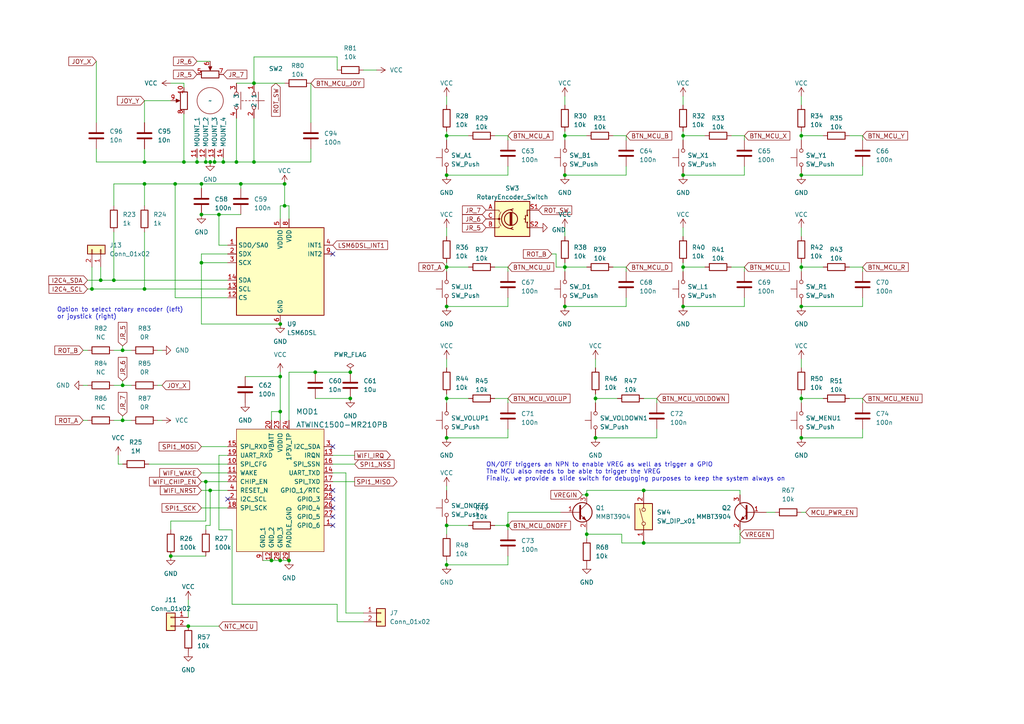
<source format=kicad_sch>
(kicad_sch (version 20231120) (generator "eeschema") (generator_version "8.0")
  (paper "A4")
  (junction (at 82.55 59.69))
  (junction (at 101.6 115.57))
  (junction (at 35.56 101.6))
  (junction (at 81.28 109.22))
  (junction (at 35.56 121.92))
  (junction (at 63.5 62.23))
  (junction (at 29.21 81.28))
  (junction (at 41.91 53.34))
  (junction (at 198.12 77.47))
  (junction (at 91.44 107.95))
  (junction (at 198.12 50.8))
  (junction (at 60.96 46.99))
  (junction (at 41.91 46.99))
  (junction (at 81.28 93.98))
  (junction (at 232.41 39.37))
  (junction (at 54.61 181.61))
  (junction (at 198.12 39.37))
  (junction (at 81.28 119.38))
  (junction (at 78.74 162.56))
  (junction (at 163.83 50.8))
  (junction (at 68.58 46.99))
  (junction (at 73.66 46.99))
  (junction (at 57.15 46.99))
  (junction (at 82.55 53.34))
  (junction (at 170.18 143.51))
  (junction (at 170.18 154.94))
  (junction (at 58.42 76.2))
  (junction (at 129.54 115.57))
  (junction (at 129.54 39.37))
  (junction (at 62.23 46.99))
  (junction (at 129.54 127))
  (junction (at 129.54 88.9))
  (junction (at 186.69 142.24))
  (junction (at 232.41 88.9))
  (junction (at 163.83 88.9))
  (junction (at 147.32 152.4))
  (junction (at 129.54 50.8))
  (junction (at 81.28 162.56))
  (junction (at 101.6 107.95))
  (junction (at 58.42 53.34))
  (junction (at 232.41 115.57))
  (junction (at 232.41 77.47))
  (junction (at 58.42 62.23))
  (junction (at 129.54 163.83))
  (junction (at 83.82 162.56))
  (junction (at 35.56 111.76))
  (junction (at 172.72 127))
  (junction (at 232.41 50.8))
  (junction (at 53.34 46.99))
  (junction (at 69.85 53.34))
  (junction (at 26.67 83.82))
  (junction (at 172.72 115.57))
  (junction (at 129.54 77.47))
  (junction (at 49.53 161.29))
  (junction (at 232.41 127))
  (junction (at 198.12 88.9))
  (junction (at 33.02 81.28))
  (junction (at 163.83 77.47))
  (junction (at 129.54 152.4))
  (junction (at 41.91 83.82))
  (junction (at 186.69 157.48))
  (junction (at 59.69 46.99))
  (junction (at 60.96 142.24))
  (junction (at 73.66 24.13))
  (junction (at 50.8 53.34))
  (junction (at 59.69 139.7))
  (junction (at 64.77 46.99))
  (junction (at 163.83 39.37))
  (no_connect (at 96.52 152.4))
  (no_connect (at 66.04 144.78))
  (no_connect (at 96.52 144.78))
  (no_connect (at 96.52 149.86))
  (no_connect (at 96.52 147.32))
  (no_connect (at 96.52 129.54))
  (no_connect (at 96.52 142.24))
  (no_connect (at 96.52 73.66))
  (wire (pts (xy 41.91 67.31) (xy 41.91 83.82)))
  (wire (pts (xy 35.56 111.76) (xy 38.1 111.76)))
  (wire (pts (xy 54.61 173.99) (xy 54.61 179.07)))
  (wire (pts (xy 163.83 76.2) (xy 163.83 77.47)))
  (wire (pts (xy 35.56 101.6) (xy 38.1 101.6)))
  (wire (pts (xy 64.77 45.72) (xy 64.77 46.99)))
  (wire (pts (xy 129.54 38.1) (xy 129.54 39.37)))
  (wire (pts (xy 172.72 104.14) (xy 172.72 106.68)))
  (wire (pts (xy 214.63 153.67) (xy 214.63 157.48)))
  (wire (pts (xy 180.34 154.94) (xy 180.34 157.48)))
  (wire (pts (xy 49.53 153.67) (xy 49.53 151.13)))
  (wire (pts (xy 172.72 114.3) (xy 172.72 115.57)))
  (wire (pts (xy 68.58 46.99) (xy 64.77 46.99)))
  (wire (pts (xy 129.54 77.47) (xy 135.89 77.47)))
  (wire (pts (xy 78.74 162.56) (xy 81.28 162.56)))
  (wire (pts (xy 129.54 77.47) (xy 129.54 78.74)))
  (wire (pts (xy 198.12 39.37) (xy 204.47 39.37)))
  (wire (pts (xy 35.56 121.92) (xy 33.02 121.92)))
  (wire (pts (xy 129.54 140.97) (xy 129.54 142.24)))
  (wire (pts (xy 143.51 115.57) (xy 147.32 115.57)))
  (wire (pts (xy 198.12 38.1) (xy 198.12 39.37)))
  (wire (pts (xy 81.28 109.22) (xy 81.28 119.38)))
  (wire (pts (xy 53.34 46.99) (xy 57.15 46.99)))
  (wire (pts (xy 68.58 34.29) (xy 68.58 46.99)))
  (wire (pts (xy 59.69 139.7) (xy 66.04 139.7)))
  (wire (pts (xy 129.54 27.94) (xy 129.54 30.48)))
  (wire (pts (xy 186.69 142.24) (xy 214.63 142.24)))
  (wire (pts (xy 41.91 46.99) (xy 53.34 46.99)))
  (wire (pts (xy 68.58 24.13) (xy 73.66 24.13)))
  (wire (pts (xy 25.4 83.82) (xy 26.67 83.82)))
  (wire (pts (xy 181.61 77.47) (xy 181.61 78.74)))
  (wire (pts (xy 43.18 134.62) (xy 66.04 134.62)))
  (wire (pts (xy 181.61 88.9) (xy 181.61 86.36)))
  (wire (pts (xy 71.12 109.22) (xy 81.28 109.22)))
  (wire (pts (xy 58.42 147.32) (xy 66.04 147.32)))
  (wire (pts (xy 81.28 107.95) (xy 81.28 109.22)))
  (wire (pts (xy 172.72 115.57) (xy 172.72 116.84)))
  (wire (pts (xy 97.79 180.34) (xy 105.41 180.34)))
  (wire (pts (xy 198.12 77.47) (xy 198.12 78.74)))
  (wire (pts (xy 170.18 154.94) (xy 170.18 156.21)))
  (wire (pts (xy 215.9 77.47) (xy 215.9 78.74)))
  (wire (pts (xy 212.09 39.37) (xy 215.9 39.37)))
  (wire (pts (xy 33.02 67.31) (xy 33.02 81.28)))
  (wire (pts (xy 163.83 77.47) (xy 163.83 78.74)))
  (wire (pts (xy 143.51 152.4) (xy 147.32 152.4)))
  (wire (pts (xy 160.02 73.66) (xy 161.29 73.66)))
  (wire (pts (xy 58.42 62.23) (xy 63.5 62.23)))
  (wire (pts (xy 69.85 53.34) (xy 69.85 54.61)))
  (wire (pts (xy 177.8 77.47) (xy 181.61 77.47)))
  (wire (pts (xy 45.72 111.76) (xy 46.99 111.76)))
  (wire (pts (xy 105.41 20.32) (xy 109.22 20.32)))
  (wire (pts (xy 181.61 50.8) (xy 181.61 48.26)))
  (wire (pts (xy 250.19 77.47) (xy 250.19 78.74)))
  (wire (pts (xy 63.5 71.12) (xy 63.5 62.23)))
  (wire (pts (xy 129.54 115.57) (xy 129.54 116.84)))
  (wire (pts (xy 82.55 53.34) (xy 82.55 59.69)))
  (wire (pts (xy 143.51 39.37) (xy 147.32 39.37)))
  (wire (pts (xy 232.41 39.37) (xy 238.76 39.37)))
  (wire (pts (xy 41.91 29.21) (xy 41.91 35.56)))
  (wire (pts (xy 161.29 73.66) (xy 161.29 77.47)))
  (wire (pts (xy 222.25 148.59) (xy 224.79 148.59)))
  (wire (pts (xy 27.94 17.78) (xy 27.94 35.56)))
  (wire (pts (xy 35.56 121.92) (xy 38.1 121.92)))
  (wire (pts (xy 170.18 142.24) (xy 186.69 142.24)))
  (wire (pts (xy 58.42 142.24) (xy 60.96 142.24)))
  (wire (pts (xy 57.15 45.72) (xy 57.15 46.99)))
  (wire (pts (xy 24.13 121.92) (xy 25.4 121.92)))
  (wire (pts (xy 163.83 66.04) (xy 163.83 68.58)))
  (wire (pts (xy 147.32 88.9) (xy 147.32 86.36)))
  (wire (pts (xy 129.54 39.37) (xy 129.54 40.64)))
  (wire (pts (xy 163.83 38.1) (xy 163.83 39.37)))
  (wire (pts (xy 246.38 39.37) (xy 250.19 39.37)))
  (wire (pts (xy 198.12 39.37) (xy 198.12 40.64)))
  (wire (pts (xy 34.29 132.08) (xy 34.29 134.62)))
  (wire (pts (xy 59.69 139.7) (xy 59.69 151.13)))
  (wire (pts (xy 129.54 104.14) (xy 129.54 106.68)))
  (wire (pts (xy 49.53 151.13) (xy 59.69 151.13)))
  (wire (pts (xy 129.54 115.57) (xy 135.89 115.57)))
  (wire (pts (xy 190.5 127) (xy 190.5 124.46)))
  (wire (pts (xy 59.69 152.4) (xy 60.96 152.4)))
  (wire (pts (xy 147.32 77.47) (xy 147.32 78.74)))
  (wire (pts (xy 190.5 115.57) (xy 190.5 116.84)))
  (wire (pts (xy 198.12 27.94) (xy 198.12 30.48)))
  (wire (pts (xy 83.82 63.5) (xy 83.82 59.69)))
  (wire (pts (xy 57.15 17.78) (xy 60.96 17.78)))
  (wire (pts (xy 62.23 45.72) (xy 62.23 46.99)))
  (wire (pts (xy 147.32 163.83) (xy 147.32 161.29)))
  (wire (pts (xy 63.5 62.23) (xy 69.85 62.23)))
  (wire (pts (xy 59.69 45.72) (xy 59.69 46.99)))
  (wire (pts (xy 170.18 153.67) (xy 170.18 154.94)))
  (wire (pts (xy 163.83 39.37) (xy 170.18 39.37)))
  (wire (pts (xy 161.29 77.47) (xy 163.83 77.47)))
  (wire (pts (xy 58.42 139.7) (xy 59.69 139.7)))
  (wire (pts (xy 45.72 101.6) (xy 46.99 101.6)))
  (wire (pts (xy 78.74 119.38) (xy 78.74 121.92)))
  (wire (pts (xy 215.9 88.9) (xy 215.9 86.36)))
  (wire (pts (xy 62.23 46.99) (xy 60.96 46.99)))
  (wire (pts (xy 163.83 88.9) (xy 181.61 88.9)))
  (wire (pts (xy 250.19 115.57) (xy 250.19 116.84)))
  (wire (pts (xy 58.42 137.16) (xy 66.04 137.16)))
  (wire (pts (xy 26.67 77.47) (xy 26.67 83.82)))
  (wire (pts (xy 129.54 163.83) (xy 147.32 163.83)))
  (wire (pts (xy 91.44 115.57) (xy 101.6 115.57)))
  (wire (pts (xy 64.77 46.99) (xy 62.23 46.99)))
  (wire (pts (xy 50.8 86.36) (xy 50.8 53.34)))
  (wire (pts (xy 212.09 77.47) (xy 215.9 77.47)))
  (wire (pts (xy 35.56 110.49) (xy 35.56 111.76)))
  (wire (pts (xy 45.72 121.92) (xy 46.99 121.92)))
  (wire (pts (xy 215.9 39.37) (xy 215.9 40.64)))
  (wire (pts (xy 198.12 66.04) (xy 198.12 68.58)))
  (wire (pts (xy 147.32 152.4) (xy 147.32 148.59)))
  (wire (pts (xy 232.41 104.14) (xy 232.41 106.68)))
  (wire (pts (xy 129.54 162.56) (xy 129.54 163.83)))
  (wire (pts (xy 66.04 86.36) (xy 50.8 86.36)))
  (wire (pts (xy 73.66 46.99) (xy 68.58 46.99)))
  (wire (pts (xy 186.69 157.48) (xy 214.63 157.48)))
  (wire (pts (xy 170.18 154.94) (xy 180.34 154.94)))
  (wire (pts (xy 67.31 175.26) (xy 97.79 175.26)))
  (wire (pts (xy 34.29 134.62) (xy 35.56 134.62)))
  (wire (pts (xy 26.67 83.82) (xy 41.91 83.82)))
  (wire (pts (xy 232.41 66.04) (xy 232.41 68.58)))
  (wire (pts (xy 73.66 34.29) (xy 73.66 46.99)))
  (wire (pts (xy 24.13 101.6) (xy 25.4 101.6)))
  (wire (pts (xy 81.28 119.38) (xy 78.74 119.38)))
  (wire (pts (xy 35.56 100.33) (xy 35.56 101.6)))
  (wire (pts (xy 181.61 39.37) (xy 181.61 40.64)))
  (wire (pts (xy 59.69 46.99) (xy 60.96 46.99)))
  (wire (pts (xy 147.32 39.37) (xy 147.32 40.64)))
  (wire (pts (xy 232.41 39.37) (xy 232.41 40.64)))
  (wire (pts (xy 90.17 46.99) (xy 90.17 43.18)))
  (wire (pts (xy 97.79 16.51) (xy 97.79 20.32)))
  (wire (pts (xy 83.82 121.92) (xy 83.82 107.95)))
  (wire (pts (xy 63.5 153.67) (xy 67.31 153.67)))
  (wire (pts (xy 232.41 115.57) (xy 232.41 116.84)))
  (wire (pts (xy 83.82 107.95) (xy 91.44 107.95)))
  (wire (pts (xy 50.8 53.34) (xy 41.91 53.34)))
  (wire (pts (xy 33.02 53.34) (xy 33.02 59.69)))
  (wire (pts (xy 232.41 76.2) (xy 232.41 77.47)))
  (wire (pts (xy 163.83 39.37) (xy 163.83 40.64)))
  (wire (pts (xy 170.18 143.51) (xy 170.18 142.24)))
  (wire (pts (xy 96.52 134.62) (xy 102.87 134.62)))
  (wire (pts (xy 232.41 114.3) (xy 232.41 115.57)))
  (wire (pts (xy 96.52 137.16) (xy 100.33 137.16)))
  (wire (pts (xy 25.4 81.28) (xy 29.21 81.28)))
  (wire (pts (xy 35.56 120.65) (xy 35.56 121.92)))
  (wire (pts (xy 177.8 39.37) (xy 181.61 39.37)))
  (wire (pts (xy 66.04 76.2) (xy 58.42 76.2)))
  (wire (pts (xy 163.83 27.94) (xy 163.83 30.48)))
  (wire (pts (xy 66.04 71.12) (xy 63.5 71.12)))
  (wire (pts (xy 59.69 153.67) (xy 59.69 152.4)))
  (wire (pts (xy 81.28 119.38) (xy 81.28 121.92)))
  (wire (pts (xy 246.38 115.57) (xy 250.19 115.57)))
  (wire (pts (xy 53.34 33.02) (xy 53.34 46.99)))
  (wire (pts (xy 83.82 59.69) (xy 82.55 59.69)))
  (wire (pts (xy 129.54 66.04) (xy 129.54 68.58)))
  (wire (pts (xy 232.41 148.59) (xy 233.68 148.59)))
  (wire (pts (xy 129.54 39.37) (xy 135.89 39.37)))
  (wire (pts (xy 57.15 46.99) (xy 59.69 46.99)))
  (wire (pts (xy 172.72 115.57) (xy 179.07 115.57)))
  (wire (pts (xy 49.53 29.21) (xy 41.91 29.21)))
  (wire (pts (xy 250.19 127) (xy 250.19 124.46)))
  (wire (pts (xy 60.96 142.24) (xy 66.04 142.24)))
  (wire (pts (xy 246.38 77.47) (xy 250.19 77.47)))
  (wire (pts (xy 91.44 107.95) (xy 101.6 107.95)))
  (wire (pts (xy 147.32 127) (xy 147.32 124.46)))
  (wire (pts (xy 66.04 73.66) (xy 58.42 73.66)))
  (wire (pts (xy 250.19 39.37) (xy 250.19 40.64)))
  (wire (pts (xy 96.52 139.7) (xy 102.87 139.7)))
  (wire (pts (xy 198.12 77.47) (xy 204.47 77.47)))
  (wire (pts (xy 73.66 24.13) (xy 82.55 24.13)))
  (wire (pts (xy 214.63 142.24) (xy 214.63 143.51)))
  (wire (pts (xy 129.54 76.2) (xy 129.54 77.47)))
  (wire (pts (xy 147.32 50.8) (xy 147.32 48.26)))
  (wire (pts (xy 27.94 43.18) (xy 27.94 46.99)))
  (wire (pts (xy 129.54 88.9) (xy 147.32 88.9)))
  (wire (pts (xy 180.34 157.48) (xy 186.69 157.48)))
  (wire (pts (xy 54.61 181.61) (xy 63.5 181.61)))
  (wire (pts (xy 232.41 38.1) (xy 232.41 39.37)))
  (wire (pts (xy 163.83 77.47) (xy 170.18 77.47)))
  (wire (pts (xy 58.42 73.66) (xy 58.42 76.2)))
  (wire (pts (xy 58.42 76.2) (xy 58.42 93.98)))
  (wire (pts (xy 129.54 152.4) (xy 135.89 152.4)))
  (wire (pts (xy 147.32 152.4) (xy 147.32 153.67)))
  (wire (pts (xy 250.19 50.8) (xy 250.19 48.26)))
  (wire (pts (xy 198.12 88.9) (xy 215.9 88.9)))
  (wire (pts (xy 147.32 148.59) (xy 162.56 148.59)))
  (wire (pts (xy 69.85 53.34) (xy 58.42 53.34)))
  (wire (pts (xy 215.9 50.8) (xy 215.9 48.26)))
  (wire (pts (xy 73.66 24.13) (xy 73.66 16.51)))
  (wire (pts (xy 76.2 162.56) (xy 78.74 162.56)))
  (wire (pts (xy 63.5 132.08) (xy 63.5 153.67)))
  (wire (pts (xy 186.69 115.57) (xy 190.5 115.57)))
  (wire (pts (xy 41.91 53.34) (xy 41.91 59.69)))
  (wire (pts (xy 35.56 111.76) (xy 33.02 111.76)))
  (wire (pts (xy 129.54 114.3) (xy 129.54 115.57)))
  (wire (pts (xy 81.28 59.69) (xy 81.28 63.5)))
  (wire (pts (xy 60.96 142.24) (xy 60.96 152.4)))
  (wire (pts (xy 29.21 81.28) (xy 33.02 81.28)))
  (wire (pts (xy 143.51 77.47) (xy 147.32 77.47)))
  (wire (pts (xy 41.91 43.18) (xy 41.91 46.99)))
  (wire (pts (xy 66.04 132.08) (xy 63.5 132.08)))
  (wire (pts (xy 58.42 53.34) (xy 58.42 54.61)))
  (wire (pts (xy 49.53 161.29) (xy 59.69 161.29)))
  (wire (pts (xy 96.52 132.08) (xy 102.87 132.08)))
  (wire (pts (xy 27.94 46.99) (xy 41.91 46.99)))
  (wire (pts (xy 163.83 50.8) (xy 181.61 50.8)))
  (wire (pts (xy 35.56 101.6) (xy 33.02 101.6)))
  (wire (pts (xy 49.53 24.13) (xy 53.34 24.13)))
  (wire (pts (xy 33.02 81.28) (xy 66.04 81.28)))
  (wire (pts (xy 232.41 115.57) (xy 238.76 115.57)))
  (wire (pts (xy 129.54 50.8) (xy 147.32 50.8)))
  (wire (pts (xy 100.33 177.8) (xy 105.41 177.8)))
  (wire (pts (xy 232.41 50.8) (xy 250.19 50.8)))
  (wire (pts (xy 81.28 162.56) (xy 83.82 162.56)))
  (wire (pts (xy 82.55 53.34) (xy 69.85 53.34)))
  (wire (pts (xy 97.79 175.26) (xy 97.79 180.34)))
  (wire (pts (xy 232.41 127) (xy 250.19 127)))
  (wire (pts (xy 29.21 77.47) (xy 29.21 81.28)))
  (wire (pts (xy 198.12 50.8) (xy 215.9 50.8)))
  (wire (pts (xy 58.42 53.34) (xy 50.8 53.34)))
  (wire (pts (xy 58.42 93.98) (xy 81.28 93.98)))
  (wire (pts (xy 250.19 88.9) (xy 250.19 86.36)))
  (wire (pts (xy 73.66 46.99) (xy 90.17 46.99)))
  (wire (pts (xy 41.91 53.34) (xy 33.02 53.34)))
  (wire (pts (xy 232.41 77.47) (xy 238.76 77.47)))
  (wire (pts (xy 172.72 127) (xy 190.5 127)))
  (wire (pts (xy 198.12 76.2) (xy 198.12 77.47)))
  (wire (pts (xy 232.41 88.9) (xy 250.19 88.9)))
  (wire (pts (xy 129.54 127) (xy 147.32 127)))
  (wire (pts (xy 73.66 16.51) (xy 97.79 16.51)))
  (wire (pts (xy 90.17 24.13) (xy 90.17 35.56)))
  (wire (pts (xy 67.31 153.67) (xy 67.31 175.26)))
  (wire (pts (xy 100.33 137.16) (xy 100.33 177.8)))
  (wire (pts (xy 232.41 77.47) (xy 232.41 78.74)))
  (wire (pts (xy 129.54 152.4) (xy 129.54 154.94)))
  (wire (pts (xy 168.91 143.51) (xy 170.18 143.51)))
  (wire (pts (xy 58.42 129.54) (xy 66.04 129.54)))
  (wire (pts (xy 147.32 115.57) (xy 147.32 116.84)))
  (wire (pts (xy 53.34 24.13) (xy 53.34 25.4)))
  (wire (pts (xy 232.41 27.94) (xy 232.41 30.48)))
  (wire (pts (xy 82.55 59.69) (xy 81.28 59.69)))
  (wire (pts (xy 41.91 83.82) (xy 66.04 83.82)))
  (wire (pts (xy 24.13 111.76) (xy 25.4 111.76)))
  (text "ON/OFF triggers an NPN to enable VREG as well as trigger a GPIO\nThe MCU also needs to be able to trigger the VREG\nFinally, we provide a slide switch for debugging purposes to keep the system always on" (at 140.97 139.7 0) (effects (font (size 1.27 1.27)) (justify left bottom)))
  (text "Option to select rotary encoder (left)\nor joystick (right)" (at 16.51 92.71 0) (effects (font (size 1.27 1.27)) (justify left bottom)))
  (global_label "I2C4_SDA" (shape input) (at 25.4 81.28 180) (property "Intersheetrefs" "${INTERSHEET_REFS}" (effects (hide yes))))
  (global_label "BTN_MCU_D" (shape input) (at 181.61 77.47 0) (property "Intersheetrefs" "${INTERSHEET_REFS}" (effects (hide yes))))
  (global_label "JR_5" (shape input) (at 57.15 21.59 180) (property "Intersheetrefs" "${INTERSHEET_REFS}" (effects (hide yes))))
  (global_label "SPI1_MOSI" (shape input) (at 58.42 129.54 180) (property "Intersheetrefs" "${INTERSHEET_REFS}" (effects (hide yes))))
  (global_label "BTN_MCU_MENU" (shape input) (at 250.19 115.57 0) (property "Intersheetrefs" "${INTERSHEET_REFS}" (effects (hide yes))))
  (global_label "BTN_MCU_R" (shape input) (at 250.19 77.47 0) (property "Intersheetrefs" "${INTERSHEET_REFS}" (effects (hide yes))))
  (global_label "JR_6" (shape input) (at 140.97 63.5 180) (property "Intersheetrefs" "${INTERSHEET_REFS}" (effects (hide yes))))
  (global_label "ROT_B" (shape input) (at 24.13 101.6 180) (property "Intersheetrefs" "${INTERSHEET_REFS}" (effects (hide yes))))
  (global_label "JR_7" (shape input) (at 35.56 120.65 90) (property "Intersheetrefs" "${INTERSHEET_REFS}" (effects (hide yes))))
  (global_label "JR_6" (shape input) (at 35.56 110.49 90) (property "Intersheetrefs" "${INTERSHEET_REFS}" (effects (hide yes))))
  (global_label "BTN_MCU_VOLUP" (shape input) (at 147.32 115.57 0) (property "Intersheetrefs" "${INTERSHEET_REFS}" (effects (hide yes))))
  (global_label "WIFI_WAKE" (shape input) (at 58.42 137.16 180) (property "Intersheetrefs" "${INTERSHEET_REFS}" (effects (hide yes))))
  (global_label "JR_7" (shape input) (at 64.77 21.59 0) (property "Intersheetrefs" "${INTERSHEET_REFS}" (effects (hide yes))))
  (global_label "JR_6" (shape input) (at 57.15 17.78 180) (property "Intersheetrefs" "${INTERSHEET_REFS}" (effects (hide yes))))
  (global_label "WIFI_IRQ" (shape output) (at 102.87 132.08 0) (property "Intersheetrefs" "${INTERSHEET_REFS}" (effects (hide yes))))
  (global_label "WIFI_CHIP_EN" (shape input) (at 58.42 139.7 180) (property "Intersheetrefs" "${INTERSHEET_REFS}" (effects (hide yes))))
  (global_label "BTN_MCU_Y" (shape input) (at 250.19 39.37 0) (property "Intersheetrefs" "${INTERSHEET_REFS}" (effects (hide yes))))
  (global_label "SPI1_MISO" (shape output) (at 102.87 139.7 0) (property "Intersheetrefs" "${INTERSHEET_REFS}" (effects (hide yes))))
  (global_label "SPI1_NSS" (shape input) (at 102.87 134.62 0) (property "Intersheetrefs" "${INTERSHEET_REFS}" (effects (hide yes))))
  (global_label "ROT_B" (shape input) (at 160.02 73.66 180) (property "Intersheetrefs" "${INTERSHEET_REFS}" (effects (hide yes))))
  (global_label "ROT_SW" (shape input) (at 80.01 24.13 270) (property "Intersheetrefs" "${INTERSHEET_REFS}" (effects (hide yes))))
  (global_label "LSM6DSL_INT1" (shape input) (at 96.52 71.12 0) (property "Intersheetrefs" "${INTERSHEET_REFS}" (effects (hide yes))))
  (global_label "VREGIN" (shape input) (at 168.91 143.51 180) (property "Intersheetrefs" "${INTERSHEET_REFS}" (effects (hide yes))))
  (global_label "ROT_SW" (shape input) (at 156.21 60.96 0) (property "Intersheetrefs" "${INTERSHEET_REFS}" (effects (hide yes))))
  (global_label "WIFI_NRST" (shape input) (at 58.42 142.24 180) (property "Intersheetrefs" "${INTERSHEET_REFS}" (effects (hide yes))))
  (global_label "MCU_PWR_EN" (shape input) (at 233.68 148.59 0) (property "Intersheetrefs" "${INTERSHEET_REFS}" (effects (hide yes))))
  (global_label "BTN_MCU_A" (shape input) (at 147.32 39.37 0) (property "Intersheetrefs" "${INTERSHEET_REFS}" (effects (hide yes))))
  (global_label "SPI1_SCK" (shape input) (at 58.42 147.32 180) (property "Intersheetrefs" "${INTERSHEET_REFS}" (effects (hide yes))))
  (global_label "JR_5" (shape input) (at 35.56 100.33 90) (property "Intersheetrefs" "${INTERSHEET_REFS}" (effects (hide yes))))
  (global_label "BTN_MCU_VOLDOWN" (shape input) (at 190.5 115.57 0) (property "Intersheetrefs" "${INTERSHEET_REFS}" (effects (hide yes))))
  (global_label "I2C4_SCL" (shape input) (at 25.4 83.82 180) (property "Intersheetrefs" "${INTERSHEET_REFS}" (effects (hide yes))))
  (global_label "BTN_MCU_B" (shape input) (at 181.61 39.37 0) (property "Intersheetrefs" "${INTERSHEET_REFS}" (effects (hide yes))))
  (global_label "BTN_MCU_ONOFF" (shape input) (at 147.32 152.4 0) (property "Intersheetrefs" "${INTERSHEET_REFS}" (effects (hide yes))))
  (global_label "VREGEN" (shape input) (at 214.63 154.94 0) (property "Intersheetrefs" "${INTERSHEET_REFS}" (effects (hide yes))))
  (global_label "BTN_MCU_X" (shape input) (at 215.9 39.37 0) (property "Intersheetrefs" "${INTERSHEET_REFS}" (effects (hide yes))))
  (global_label "JOY_Y" (shape input) (at 41.91 29.21 180) (property "Intersheetrefs" "${INTERSHEET_REFS}" (effects (hide yes))))
  (global_label "JOY_X" (shape input) (at 27.94 17.78 180) (property "Intersheetrefs" "${INTERSHEET_REFS}" (effects (hide yes))))
  (global_label "BTN_MCU_JOY" (shape input) (at 90.17 24.13 0) (property "Intersheetrefs" "${INTERSHEET_REFS}" (effects (hide yes))))
  (global_label "JR_7" (shape input) (at 140.97 60.96 180) (property "Intersheetrefs" "${INTERSHEET_REFS}" (effects (hide yes))))
  (global_label "ROT_A" (shape input) (at 129.54 77.47 180) (property "Intersheetrefs" "${INTERSHEET_REFS}" (effects (hide yes))))
  (global_label "ROT_A" (shape input) (at 24.13 121.92 180) (property "Intersheetrefs" "${INTERSHEET_REFS}" (effects (hide yes))))
  (global_label "JR_5" (shape input) (at 140.97 66.04 180) (property "Intersheetrefs" "${INTERSHEET_REFS}" (effects (hide yes))))
  (global_label "BTN_MCU_L" (shape input) (at 215.9 77.47 0) (property "Intersheetrefs" "${INTERSHEET_REFS}" (effects (hide yes))))
  (global_label "JOY_X" (shape input) (at 46.99 111.76 0) (property "Intersheetrefs" "${INTERSHEET_REFS}" (effects (hide yes))))
  (global_label "NTC_MCU" (shape input) (at 63.5 181.61 0) (property "Intersheetrefs" "${INTERSHEET_REFS}" (effects (hide yes))))
  (global_label "BTN_MCU_U" (shape input) (at 147.32 77.47 0) (property "Intersheetrefs" "${INTERSHEET_REFS}" (effects (hide yes))))
  (symbol (lib_id "power:VCC") (at 82.55 53.34 0) (unit 1)
    (property "Reference" "#PWR032" (effects (hide yes)))
    (property "Value" "VCC" (at 82.55 49.53 0))
  )
  (symbol (lib_id "Device:C") (at 27.94 39.37 0) (unit 1)
    (property "Reference" "C96" (at 31.75 38.1 0) (effects (justify left)))
    (property "Value" "10n" (at 31.75 40.64 0) (effects (justify left)))
    (property "Footprint" "Capacitor_SMD:C_0603_1608Metric" (effects (hide yes)))
  )
  (symbol (lib_id "Device:R") (at 139.7 39.37 90) (unit 1)
    (property "Reference" "R29" (at 139.7 34.29 90))
    (property "Value" "10k" (at 139.7 36.83 90))
    (property "Footprint" "Resistor_SMD:R_0603_1608Metric" (effects (hide yes)))
  )
  (symbol (lib_id "Device:R") (at 41.91 101.6 90) (unit 1)
    (property "Reference" "R83" (at 41.91 95.25 90))
    (property "Value" "0R" (at 41.91 97.79 90))
    (property "Footprint" "Resistor_SMD:R_0603_1608Metric" (effects (hide yes)))
  )
  (symbol (lib_id "Device:R") (at 41.91 121.92 90) (unit 1)
    (property "Reference" "R87" (at 41.91 115.57 90))
    (property "Value" "0R" (at 41.91 118.11 90))
    (property "Footprint" "Resistor_SMD:R_0603_1608Metric" (effects (hide yes)))
  )
  (symbol (lib_id "Switch:SW_DIP_x01") (at 186.69 149.86 90) (unit 1)
    (property "Reference" "SW4" (at 190.5 148.59 90) (effects (justify right)))
    (property "Value" "SW_DIP_x01" (at 190.5 151.13 90) (effects (justify right)))
    (property "Footprint" "Button_Switch_THT:SW_DIP_SPSTx01_Slide_9.78x4.72mm_W7.62mm_P2.54mm" (effects (hide yes)))
  )
  (symbol (lib_id "Device:C") (at 215.9 82.55 0) (unit 1)
    (property "Reference" "C69" (at 219.71 81.915 0) (effects (justify left)))
    (property "Value" "100n" (at 219.71 84.455 0) (effects (justify left)))
    (property "Footprint" "Capacitor_SMD:C_0603_1608Metric" (effects (hide yes)))
  )
  (symbol (lib_id "Device:C") (at 215.9 44.45 0) (unit 1)
    (property "Reference" "C65" (at 219.71 43.815 0) (effects (justify left)))
    (property "Value" "100n" (at 219.71 46.355 0) (effects (justify left)))
    (property "Footprint" "Capacitor_SMD:C_0603_1608Metric" (effects (hide yes)))
  )
  (symbol (lib_id "power:PWR_FLAG") (at 101.6 107.95 0) (unit 1)
    (property "Reference" "#FLG07" (effects (hide yes)))
    (property "Value" "PWR_FLAG" (at 101.6 102.87 0))
    (instances (project "gk-pcbv2" (path "" (reference "#FLG07") (unit 1))) (project "MusicPlayer" (path "" (reference "#FLG0101") (unit 1))))
  )
  (symbol (lib_id "power:GND") (at 232.41 127 0) (unit 1)
    (property "Reference" "#PWR063" (effects (hide yes)))
    (property "Value" "GND" (at 232.41 132.08 0))
  )
  (symbol (lib_id "Device:R") (at 139.7 115.57 90) (unit 1)
    (property "Reference" "R45" (at 139.7 110.49 90))
    (property "Value" "10k" (at 139.7 113.03 90))
    (property "Footprint" "Resistor_SMD:R_0603_1608Metric" (effects (hide yes)))
  )
  (symbol (lib_id "power:VCC") (at 49.53 24.13 90) (unit 1)
    (property "Reference" "#PWR0105" (effects (hide yes)))
    (property "Value" "VCC" (at 45.72 24.13 90) (effects (justify left)))
  )
  (symbol (lib_id "Device:R") (at 232.41 72.39 0) (unit 1)
    (property "Reference" "R42" (at 234.95 71.755 0) (effects (justify left)))
    (property "Value" "10k" (at 234.95 74.295 0) (effects (justify left)))
    (property "Footprint" "Resistor_SMD:R_0603_1608Metric" (effects (hide yes)))
  )
  (symbol (lib_id "Switch:SW_Push") (at 232.41 45.72 90) (unit 1)
    (property "Reference" "SW_Y1" (at 233.68 45.085 90) (effects (justify right)))
    (property "Value" "SW_Push" (at 233.68 47.625 90) (effects (justify right)))
    (property "Footprint" "gk:TouchButton-8x8mm" (effects (hide yes)))
  )
  (symbol (lib_id "power:GND") (at 83.82 162.56 0) (unit 1)
    (property "Reference" "#PWR039" (effects (hide yes)))
    (property "Value" "GND" (at 83.82 167.64 0))
    (instances (project "gk-pcbv2" (path "" (reference "#PWR039") (unit 1))) (project "MusicPlayer" (path "" (reference "#PWR065") (unit 1))))
  )
  (symbol (lib_id "Device:R") (at 242.57 115.57 90) (unit 1)
    (property "Reference" "R51" (at 242.57 110.49 90))
    (property "Value" "10k" (at 242.57 113.03 90))
    (property "Footprint" "Resistor_SMD:R_0603_1608Metric" (effects (hide yes)))
  )
  (symbol (lib_id "Device:R") (at 41.91 63.5 0) (unit 1)
    (property "Reference" "R24" (at 44.45 62.23 0) (effects (justify left)))
    (property "Value" "1k" (at 44.45 64.77 0) (effects (justify left)))
    (property "Footprint" "Resistor_SMD:R_0603_1608Metric" (effects (hide yes)))
  )
  (symbol (lib_id "Device:C") (at 58.42 58.42 0) (unit 1)
    (property "Reference" "C58" (at 62.23 57.785 0) (effects (justify left)))
    (property "Value" "100n" (at 62.23 60.325 0) (effects (justify left)))
    (property "Footprint" "Capacitor_SMD:C_0603_1608Metric" (effects (hide yes)))
  )
  (symbol (lib_id "Device:C") (at 147.32 82.55 0) (unit 1)
    (property "Reference" "C67" (at 151.13 81.915 0) (effects (justify left)))
    (property "Value" "100n" (at 151.13 84.455 0) (effects (justify left)))
    (property "Footprint" "Capacitor_SMD:C_0603_1608Metric" (effects (hide yes)))
  )
  (symbol (lib_id "Device:R") (at 172.72 110.49 0) (unit 1)
    (property "Reference" "R46" (at 175.26 109.855 0) (effects (justify left)))
    (property "Value" "10k" (at 175.26 112.395 0) (effects (justify left)))
    (property "Footprint" "Resistor_SMD:R_0603_1608Metric" (effects (hide yes)))
  )
  (symbol (lib_id "Device:R") (at 139.7 152.4 90) (unit 1)
    (property "Reference" "R49" (at 139.7 147.32 90))
    (property "Value" "10k" (at 139.7 149.86 90))
    (property "Footprint" "Resistor_SMD:R_0603_1608Metric" (effects (hide yes)))
  )
  (symbol (lib_id "Connector_Generic:Conn_01x02") (at 29.21 72.39 270) (mirror x) (unit 1)
    (property "Reference" "J13" (at 31.75 71.12 90) (effects (justify left)))
    (property "Value" "Conn_01x02" (at 31.75 73.66 90) (effects (justify left)))
    (property "Footprint" "Connector_PinHeader_2.54mm:PinHeader_1x02_P2.54mm_Vertical" (effects (hide yes)))
  )
  (symbol (lib_id "Transistor_BJT:MMBT3904") (at 217.17 148.59 0) (mirror y) (unit 1)
    (property "Reference" "Q2" (at 212.09 147.32 0) (effects (justify left)))
    (property "Value" "MMBT3904" (at 212.09 149.86 0) (effects (justify left)))
    (property "Footprint" "Package_TO_SOT_SMD:SOT-23" (effects (hide yes)))
    (property "Datasheet" "https://www.onsemi.com/pdf/datasheet/pzt3904-d.pdf" (effects (hide yes)))
  )
  (symbol (lib_id "power:VCC") (at 232.41 27.94 0) (unit 1)
    (property "Reference" "#PWR046" (effects (hide yes)))
    (property "Value" "VCC" (at 232.41 24.13 0))
  )
  (symbol (lib_id "power:VCC") (at 232.41 66.04 0) (unit 1)
    (property "Reference" "#PWR054" (effects (hide yes)))
    (property "Value" "VCC" (at 232.41 62.23 0))
  )
  (symbol (lib_id "power:GND") (at 54.61 189.23 0) (unit 1)
    (property "Reference" "#PWR072" (effects (hide yes)))
    (property "Value" "GND" (at 54.61 194.31 0))
  )
  (symbol (lib_id "Device:R") (at 208.28 39.37 90) (unit 1)
    (property "Reference" "R33" (at 208.28 34.29 90))
    (property "Value" "10k" (at 208.28 36.83 90))
    (property "Footprint" "Resistor_SMD:R_0603_1608Metric" (effects (hide yes)))
  )
  (symbol (lib_id "Device:C") (at 147.32 44.45 0) (unit 1)
    (property "Reference" "C63" (at 151.13 43.815 0) (effects (justify left)))
    (property "Value" "100n" (at 151.13 46.355 0) (effects (justify left)))
    (property "Footprint" "Capacitor_SMD:C_0603_1608Metric" (effects (hide yes)))
  )
  (symbol (lib_id "Device:R") (at 29.21 121.92 90) (unit 1)
    (property "Reference" "R86" (at 29.21 115.57 90))
    (property "Value" "NC" (at 29.21 118.11 90))
    (property "Footprint" "Resistor_SMD:R_0603_1608Metric" (effects (hide yes)))
  )
  (symbol (lib_id "Device:R") (at 232.41 34.29 0) (unit 1)
    (property "Reference" "R34" (at 234.95 33.655 0) (effects (justify left)))
    (property "Value" "10k" (at 234.95 36.195 0) (effects (justify left)))
    (property "Footprint" "Resistor_SMD:R_0603_1608Metric" (effects (hide yes)))
  )
  (symbol (lib_id "gk-syms:XBOX_THUMB") (at 60.96 29.21 0) (unit 1)
    (property "Reference" "SW2" (at 80.01 19.9391 0))
    (property "Value" "~" (at 60.96 29.21 0))
    (property "Footprint" "gk:XBOX_THUMB_ROT_OVERLAP" (effects (hide yes)))
  )
  (symbol (lib_id "Device:R") (at 129.54 72.39 0) (unit 1)
    (property "Reference" "R36" (at 132.08 71.755 0) (effects (justify left)))
    (property "Value" "10k" (at 132.08 74.295 0) (effects (justify left)))
    (property "Footprint" "Resistor_SMD:R_0603_1608Metric" (effects (hide yes)))
  )
  (symbol (lib_id "Device:R") (at 232.41 110.49 0) (unit 1)
    (property "Reference" "R50" (at 234.95 109.855 0) (effects (justify left)))
    (property "Value" "10k" (at 234.95 112.395 0) (effects (justify left)))
    (property "Footprint" "Resistor_SMD:R_0603_1608Metric" (effects (hide yes)))
  )
  (symbol (lib_id "power:GND") (at 170.18 163.83 0) (unit 1)
    (property "Reference" "#PWR079" (effects (hide yes)))
    (property "Value" "GND" (at 170.18 168.91 0))
  )
  (symbol (lib_id "power:GND") (at 49.53 161.29 0) (unit 1)
    (property "Reference" "#PWR038" (effects (hide yes)))
    (property "Value" "GND" (at 49.53 166.37 0))
    (instances (project "gk-pcbv2" (path "" (reference "#PWR038") (unit 1))) (project "MusicPlayer" (path "" (reference "#PWR064") (unit 1))))
  )
  (symbol (lib_id "power:GND") (at 163.83 50.8 0) (unit 1)
    (property "Reference" "#PWR043" (effects (hide yes)))
    (property "Value" "GND" (at 163.83 55.88 0))
  )
  (symbol (lib_id "Transistor_BJT:MMBT3904") (at 167.64 148.59 0) (unit 1)
    (property "Reference" "Q1" (at 172.72 147.32 0) (effects (justify left)))
    (property "Value" "MMBT3904" (at 172.72 149.86 0) (effects (justify left)))
    (property "Footprint" "Package_TO_SOT_SMD:SOT-23" (effects (hide yes)))
    (property "Datasheet" "https://www.onsemi.com/pdf/datasheet/pzt3904-d.pdf" (effects (hide yes)))
  )
  (symbol (lib_id "power:VCC") (at 172.72 104.14 0) (unit 1)
    (property "Reference" "#PWR058" (effects (hide yes)))
    (property "Value" "VCC" (at 172.72 100.33 0))
  )
  (symbol (lib_id "Device:R") (at 182.88 115.57 90) (unit 1)
    (property "Reference" "R47" (at 182.88 110.49 90))
    (property "Value" "10k" (at 182.88 113.03 90))
    (property "Footprint" "Resistor_SMD:R_0603_1608Metric" (effects (hide yes)))
  )
  (symbol (lib_id "Device:C") (at 69.85 58.42 0) (unit 1)
    (property "Reference" "C59" (at 73.66 57.785 0) (effects (justify left)))
    (property "Value" "100n" (at 73.66 60.325 0) (effects (justify left)))
    (property "Footprint" "Capacitor_SMD:C_0603_1608Metric" (effects (hide yes)))
  )
  (symbol (lib_id "Device:R") (at 228.6 148.59 90) (unit 1)
    (property "Reference" "R67" (at 228.6 142.24 90))
    (property "Value" "10k" (at 228.6 144.78 90))
    (property "Footprint" "Resistor_SMD:R_0603_1608Metric" (effects (hide yes)))
  )
  (symbol (lib_id "Device:C") (at 250.19 82.55 0) (unit 1)
    (property "Reference" "C70" (at 254 81.915 0) (effects (justify left)))
    (property "Value" "100n" (at 254 84.455 0) (effects (justify left)))
    (property "Footprint" "Capacitor_SMD:C_0603_1608Metric" (effects (hide yes)))
  )
  (symbol (lib_id "Device:C") (at 90.17 39.37 0) (unit 1)
    (property "Reference" "C94" (at 93.98 38.735 0) (effects (justify left)))
    (property "Value" "100n" (at 93.98 41.275 0) (effects (justify left)))
    (property "Footprint" "Capacitor_SMD:C_0603_1608Metric" (effects (hide yes)))
  )
  (symbol (lib_id "Device:R") (at 173.99 77.47 90) (unit 1)
    (property "Reference" "R39" (at 173.99 72.39 90))
    (property "Value" "10k" (at 173.99 74.93 90))
    (property "Footprint" "Resistor_SMD:R_0603_1608Metric" (effects (hide yes)))
  )
  (symbol (lib_id "Device:C") (at 41.91 39.37 0) (unit 1)
    (property "Reference" "C95" (at 45.72 38.1 0) (effects (justify left)))
    (property "Value" "10n" (at 45.72 40.64 0) (effects (justify left)))
    (property "Footprint" "Capacitor_SMD:C_0603_1608Metric" (effects (hide yes)))
  )
  (symbol (lib_id "Switch:SW_Push") (at 129.54 147.32 90) (unit 1)
    (property "Reference" "SW_ONOFF1" (at 130.81 146.685 90) (effects (justify right)))
    (property "Value" "SW_Push" (at 130.81 149.225 90) (effects (justify right)))
    (property "Footprint" "Button_Switch_THT:SW_Tactile_SKHH_Angled" (effects (hide yes)))
  )
  (symbol (lib_id "power:VCC") (at 129.54 140.97 0) (unit 1)
    (property "Reference" "#PWR060" (effects (hide yes)))
    (property "Value" "VCC" (at 129.54 137.16 0))
  )
  (symbol (lib_id "Device:R") (at 86.36 24.13 90) (unit 1)
    (property "Reference" "R80" (at 86.36 19.05 90))
    (property "Value" "10k" (at 86.36 21.59 90))
    (property "Footprint" "Resistor_SMD:R_0603_1608Metric" (effects (hide yes)))
  )
  (symbol (lib_id "power:VCC") (at 198.12 66.04 0) (unit 1)
    (property "Reference" "#PWR052" (effects (hide yes)))
    (property "Value" "VCC" (at 198.12 62.23 0))
  )
  (symbol (lib_id "Switch:SW_Push") (at 163.83 45.72 90) (unit 1)
    (property "Reference" "SW_B1" (at 165.1 45.085 90) (effects (justify right)))
    (property "Value" "SW_Push" (at 165.1 47.625 90) (effects (justify right)))
    (property "Footprint" "gk:TouchButton-8x8mm" (effects (hide yes)))
  )
  (symbol (lib_id "Device:C") (at 147.32 120.65 0) (unit 1)
    (property "Reference" "C71" (at 151.13 120.015 0) (effects (justify left)))
    (property "Value" "100n" (at 151.13 122.555 0) (effects (justify left)))
    (property "Footprint" "Capacitor_SMD:C_0603_1608Metric" (effects (hide yes)))
  )
  (symbol (lib_id "Switch:SW_Push") (at 198.12 83.82 90) (unit 1)
    (property "Reference" "SW_L1" (at 199.39 83.185 90) (effects (justify right)))
    (property "Value" "SW_Push" (at 199.39 85.725 90) (effects (justify right)))
    (property "Footprint" "gk:TouchButton-8x8mm" (effects (hide yes)))
  )
  (symbol (lib_id "Switch:SW_Push") (at 129.54 121.92 90) (unit 1)
    (property "Reference" "SW_VOLUP1" (at 130.81 121.285 90) (effects (justify right)))
    (property "Value" "SW_Push" (at 130.81 123.825 90) (effects (justify right)))
    (property "Footprint" "Button_Switch_THT:SW_Tactile_SKHH_Angled" (effects (hide yes)))
  )
  (symbol (lib_id "Switch:SW_Push") (at 232.41 121.92 90) (unit 1)
    (property "Reference" "SW_MENU1" (at 233.68 121.285 90) (effects (justify right)))
    (property "Value" "SW_Push" (at 233.68 123.825 90) (effects (justify right)))
    (property "Footprint" "gk:TouchButton-8x8mm" (effects (hide yes)))
  )
  (symbol (lib_id "Device:C") (at 101.6 111.76 0) (unit 1)
    (property "Reference" "C61" (at 105.41 110.4899 0) (effects (justify left)))
    (property "Value" "10u" (at 105.41 113.0299 0) (effects (justify left)))
    (property "Footprint" "Capacitor_SMD:C_0805_2012Metric" (effects (hide yes)))
    (instances (project "gk-pcbv2" (path "" (reference "C61") (unit 1))) (project "MusicPlayer" (path "" (reference "C48") (unit 1))))
  )
  (symbol (lib_id "Device:R") (at 129.54 110.49 0) (unit 1)
    (property "Reference" "R44" (at 132.08 109.855 0) (effects (justify left)))
    (property "Value" "10k" (at 132.08 112.395 0) (effects (justify left)))
    (property "Footprint" "Resistor_SMD:R_0603_1608Metric" (effects (hide yes)))
  )
  (symbol (lib_id "power:GND") (at 129.54 50.8 0) (unit 1)
    (property "Reference" "#PWR040" (effects (hide yes)))
    (property "Value" "GND" (at 129.54 55.88 0))
  )
  (symbol (lib_id "Device:R") (at 129.54 158.75 0) (unit 1)
    (property "Reference" "R48" (at 132.08 158.115 0) (effects (justify left)))
    (property "Value" "10k" (at 132.08 160.655 0) (effects (justify left)))
    (property "Footprint" "Resistor_SMD:R_0603_1608Metric" (effects (hide yes)))
  )
  (symbol (lib_id "Device:R") (at 242.57 39.37 90) (unit 1)
    (property "Reference" "R35" (at 242.57 34.29 90))
    (property "Value" "10k" (at 242.57 36.83 90))
    (property "Footprint" "Resistor_SMD:R_0603_1608Metric" (effects (hide yes)))
  )
  (symbol (lib_id "power:VCC") (at 129.54 27.94 0) (unit 1)
    (property "Reference" "#PWR041" (effects (hide yes)))
    (property "Value" "VCC" (at 129.54 24.13 0))
  )
  (symbol (lib_id "Connector_Generic:Conn_01x02") (at 49.53 179.07 0) (mirror y) (unit 1)
    (property "Reference" "J11" (at 49.53 173.99 0))
    (property "Value" "Conn_01x02" (at 49.53 176.53 0))
    (property "Footprint" "Connector_JST:JST_XH_S2B-XH-A_1x02_P2.50mm_Horizontal" (effects (hide yes)))
  )
  (symbol (lib_id "Device:R") (at 139.7 77.47 90) (unit 1)
    (property "Reference" "R37" (at 139.7 72.39 90))
    (property "Value" "10k" (at 139.7 74.93 90))
    (property "Footprint" "Resistor_SMD:R_0603_1608Metric" (effects (hide yes)))
  )
  (symbol (lib_id "Device:R") (at 101.6 20.32 90) (unit 1)
    (property "Reference" "R81" (at 101.6 13.97 90))
    (property "Value" "10k" (at 101.6 16.51 90))
    (property "Footprint" "Resistor_SMD:R_0603_1608Metric" (effects (hide yes)))
  )
  (symbol (lib_id "Switch:SW_Push") (at 172.72 121.92 90) (unit 1)
    (property "Reference" "SW_VOLDOWN1" (at 173.99 121.285 90) (effects (justify right)))
    (property "Value" "SW_Push" (at 173.99 123.825 90) (effects (justify right)))
    (property "Footprint" "Button_Switch_THT:SW_Tactile_SKHH_Angled" (effects (hide yes)))
  )
  (symbol (lib_id "power:GND") (at 232.41 88.9 0) (unit 1)
    (property "Reference" "#PWR055" (effects (hide yes)))
    (property "Value" "GND" (at 232.41 93.98 0))
  )
  (symbol (lib_id "power:VCC") (at 109.22 20.32 270) (unit 1)
    (property "Reference" "#PWR0104" (effects (hide yes)))
    (property "Value" "VCC" (at 113.03 20.32 90) (effects (justify left)))
  )
  (symbol (lib_id "Device:R") (at 59.69 157.48 0) (unit 1)
    (property "Reference" "R27" (at 62.23 156.2099 0) (effects (justify left)))
    (property "Value" "100k" (at 62.23 158.7499 0) (effects (justify left)))
    (property "Footprint" "Resistor_SMD:R_0603_1608Metric" (effects (hide yes)))
    (instances (project "gk-pcbv2" (path "" (reference "R27") (unit 1))) (project "MusicPlayer" (path "" (reference "R33") (unit 1))))
  )
  (symbol (lib_id "power:VCC") (at 129.54 66.04 0) (unit 1)
    (property "Reference" "#PWR048" (effects (hide yes)))
    (property "Value" "VCC" (at 129.54 62.23 0))
  )
  (symbol (lib_id "power:VCC") (at 198.12 27.94 0) (unit 1)
    (property "Reference" "#PWR044" (effects (hide yes)))
    (property "Value" "VCC" (at 198.12 24.13 0))
  )
  (symbol (lib_id "Device:R") (at 208.28 77.47 90) (unit 1)
    (property "Reference" "R41" (at 208.28 72.39 90))
    (property "Value" "10k" (at 208.28 74.93 90))
    (property "Footprint" "Resistor_SMD:R_0603_1608Metric" (effects (hide yes)))
  )
  (symbol (lib_id "Device:R") (at 29.21 101.6 90) (unit 1)
    (property "Reference" "R82" (at 29.21 95.25 90))
    (property "Value" "NC" (at 29.21 97.79 90))
    (property "Footprint" "Resistor_SMD:R_0603_1608Metric" (effects (hide yes)))
  )
  (symbol (lib_id "power:GND") (at 129.54 88.9 0) (unit 1)
    (property "Reference" "#PWR049" (effects (hide yes)))
    (property "Value" "GND" (at 129.54 93.98 0))
  )
  (symbol (lib_id "Device:R") (at 170.18 160.02 0) (unit 1)
    (property "Reference" "R68" (at 172.72 158.75 0) (effects (justify left)))
    (property "Value" "10k" (at 172.72 161.29 0) (effects (justify left)))
    (property "Footprint" "Resistor_SMD:R_0603_1608Metric" (effects (hide yes)))
  )
  (symbol (lib_id "Device:R") (at 33.02 63.5 0) (unit 1)
    (property "Reference" "R23" (at 35.56 62.23 0) (effects (justify left)))
    (property "Value" "1k" (at 35.56 64.77 0) (effects (justify left)))
    (property "Footprint" "Resistor_SMD:R_0603_1608Metric" (effects (hide yes)))
  )
  (symbol (lib_id "ATWINC1500:ATWINC1500-MR210PB") (at 83.82 142.24 0) (unit 1)
    (property "Reference" "MOD1" (at 85.8394 119.38 0) (effects (font (size 1.524 1.524)) (justify left)))
    (property "Value" "ATWINC1500-MR210PB" (at 85.8394 123.19 0) (effects (font (size 1.524 1.524)) (justify left)))
    (property "Footprint" "digikey:WIFI_Module_ATWINC1500-MR210PB" (effects (hide yes)))
    (property "Datasheet" "http://www.microchip.com/mymicrochip/filehandler.aspx?ddocname=en594386" (effects (hide yes)))
    (property "Description" "RF TXRX MODULE WIFI TRACE ANT" (effects (hide yes)))
    (property "Digi-Key_PN" "ATWINC1500-MR210PB-ND" (effects (hide yes)))
    (property "MPN" "ATWINC1500-MR210PB" (effects (hide yes)))
    (property "Category" "RF/IF and RFID" (effects (hide yes)))
    (property "Family" "RF Transceiver Modules" (effects (hide yes)))
    (property "DK_Datasheet_Link" "http://www.microchip.com/mymicrochip/filehandler.aspx?ddocname=en594386" (effects (hide yes)))
    (property "DK_Detail_Page" "/product-detail/en/microchip-technology/ATWINC1500-MR210PB/ATWINC1500-MR210PB-ND/5322332" (effects (hide yes)))
    (property "Manufacturer" "Microchip Technology" (effects (hide yes)))
    (property "Status" "Active" (effects (hide yes)))
  )
  (symbol (lib_id "power:GND") (at 163.83 88.9 0) (unit 1)
    (property "Reference" "#PWR051" (effects (hide yes)))
    (property "Value" "GND" (at 163.83 93.98 0))
  )
  (symbol (lib_id "power:GND") (at 156.21 66.04 90) (unit 1)
    (property "Reference" "#PWR070" (effects (hide yes)))
    (property "Value" "GND" (at 160.02 66.675 90) (effects (justify right)))
  )
  (symbol (lib_id "power:VCC") (at 129.54 104.14 0) (unit 1)
    (property "Reference" "#PWR056" (effects (hide yes)))
    (property "Value" "VCC" (at 129.54 100.33 0))
  )
  (symbol (lib_id "power:GND") (at 129.54 163.83 0) (unit 1)
    (property "Reference" "#PWR061" (effects (hide yes)))
    (property "Value" "GND" (at 129.54 168.91 0))
  )
  (symbol (lib_id "Device:R") (at 129.54 34.29 0) (unit 1)
    (property "Reference" "R28" (at 132.08 33.655 0) (effects (justify left)))
    (property "Value" "10k" (at 132.08 36.195 0) (effects (justify left)))
    (property "Footprint" "Resistor_SMD:R_0603_1608Metric" (effects (hide yes)))
  )
  (symbol (lib_id "power:VCC") (at 54.61 173.99 0) (unit 1)
    (property "Reference" "#PWR073" (effects (hide yes)))
    (property "Value" "VCC" (at 54.61 170.18 0))
  )
  (symbol (lib_id "power:VCC") (at 46.99 121.92 270) (unit 1)
    (property "Reference" "#PWR0107" (effects (hide yes)))
    (property "Value" "VCC" (at 50.8 121.92 90) (effects (justify left)))
  )
  (symbol (lib_id "Device:C") (at 71.12 113.03 0) (unit 1)
    (property "Reference" "C62" (at 74.93 111.7599 0) (effects (justify left)))
    (property "Value" "100n" (at 74.93 114.2999 0) (effects (justify left)))
    (property "Footprint" "Capacitor_SMD:C_0603_1608Metric" (effects (hide yes)))
    (instances (project "gk-pcbv2" (path "" (reference "C62") (unit 1))) (project "MusicPlayer" (path "" (reference "C49") (unit 1))))
  )
  (symbol (lib_id "Device:R") (at 49.53 157.48 0) (unit 1)
    (property "Reference" "R26" (at 52.07 156.2099 0) (effects (justify left)))
    (property "Value" "100k" (at 52.07 158.7499 0) (effects (justify left)))
    (property "Footprint" "Resistor_SMD:R_0603_1608Metric" (effects (hide yes)))
    (instances (project "gk-pcbv2" (path "" (reference "R26") (unit 1))) (project "MusicPlayer" (path "" (reference "R32") (unit 1))))
  )
  (symbol (lib_id "power:GND") (at 71.12 116.84 0) (unit 1)
    (property "Reference" "#PWR037" (effects (hide yes)))
    (property "Value" "GND" (at 71.12 121.92 0))
    (instances (project "gk-pcbv2" (path "" (reference "#PWR037") (unit 1))) (project "MusicPlayer" (path "" (reference "#PWR066") (unit 1))))
  )
  (symbol (lib_id "Device:RotaryEncoder_Switch") (at 148.59 63.5 0) (unit 1)
    (property "Reference" "SW3" (at 148.59 54.61 0))
    (property "Value" "RotaryEncoder_Switch" (at 148.59 57.15 0))
    (property "Footprint" "Rotary_Encoder:RotaryEncoder_Alps_EC11E-Switch_Vertical_H20mm" (effects (hide yes)))
  )
  (symbol (lib_id "power:VCC") (at 34.29 132.08 0) (unit 1)
    (property "Reference" "#PWR069" (effects (hide yes)))
    (property "Value" "VCC" (at 34.29 127 0))
  )
  (symbol (lib_id "power:GND") (at 81.28 93.98 0) (unit 1)
    (property "Reference" "#PWR034" (effects (hide yes)))
    (property "Value" "GND" (at 81.28 99.06 0))
  )
  (symbol (lib_id "Switch:SW_Push") (at 163.83 83.82 90) (unit 1)
    (property "Reference" "SW_D1" (at 165.1 83.185 90) (effects (justify right)))
    (property "Value" "SW_Push" (at 165.1 85.725 90) (effects (justify right)))
    (property "Footprint" "gk:TouchButton-8x8mm" (effects (hide yes)))
  )
  (symbol (lib_id "Device:R") (at 39.37 134.62 90) (unit 1)
    (property "Reference" "R25" (at 39.37 128.27 90))
    (property "Value" "1M" (at 39.37 130.81 90))
    (property "Footprint" "Resistor_SMD:R_0603_1608Metric" (effects (hide yes)))
    (instances (project "gk-pcbv2" (path "" (reference "R25") (unit 1))) (project "MusicPlayer" (path "" (reference "R31") (unit 1))))
  )
  (symbol (lib_id "power:GND") (at 101.6 115.57 0) (unit 1)
    (property "Reference" "#PWR036" (effects (hide yes)))
    (property "Value" "GND" (at 101.6 120.65 0))
    (instances (project "gk-pcbv2" (path "" (reference "#PWR036") (unit 1))) (project "MusicPlayer" (path "" (reference "#PWR061") (unit 1))))
  )
  (symbol (lib_id "power:GND") (at 198.12 50.8 0) (unit 1)
    (property "Reference" "#PWR045" (effects (hide yes)))
    (property "Value" "GND" (at 198.12 55.88 0))
  )
  (symbol (lib_id "power:VCC") (at 163.83 27.94 0) (unit 1)
    (property "Reference" "#PWR042" (effects (hide yes)))
    (property "Value" "VCC" (at 163.83 24.13 0))
  )
  (symbol (lib_id "Device:C") (at 91.44 111.76 0) (unit 1)
    (property "Reference" "C60" (at 95.25 110.4899 0) (effects (justify left)))
    (property "Value" "10n" (at 95.25 113.0299 0) (effects (justify left)))
    (property "Footprint" "Capacitor_SMD:C_0603_1608Metric" (effects (hide yes)))
    (instances (project "gk-pcbv2" (path "" (reference "C60") (unit 1))) (project "MusicPlayer" (path "" (reference "C47") (unit 1))))
  )
  (symbol (lib_id "Sensor_Motion:LSM6DSL") (at 81.28 78.74 0) (unit 1)
    (property "Reference" "U9" (at 83.2359 93.98 0) (effects (justify left)))
    (property "Value" "LSM6DSL" (at 83.2359 96.52 0) (effects (justify left)))
    (property "Footprint" "Package_LGA:LGA-14_3x2.5mm_P0.5mm_LayoutBorder3x4y" (effects (hide yes)))
    (property "Datasheet" "https://www.st.com/resource/en/datasheet/lsm6dsl.pdf" (effects (hide yes)))
  )
  (symbol (lib_id "Switch:SW_Push") (at 129.54 83.82 90) (unit 1)
    (property "Reference" "SW_U1" (at 130.81 83.185 90) (effects (justify right)))
    (property "Value" "SW_Push" (at 130.81 85.725 90) (effects (justify right)))
    (property "Footprint" "gk:TouchButton-8x8mm" (effects (hide yes)))
  )
  (symbol (lib_id "Device:R") (at 29.21 111.76 90) (unit 1)
    (property "Reference" "R84" (at 29.21 105.41 90))
    (property "Value" "NC" (at 29.21 107.95 90))
    (property "Footprint" "Resistor_SMD:R_0603_1608Metric" (effects (hide yes)))
  )
  (symbol (lib_id "Device:R") (at 54.61 185.42 0) (unit 1)
    (property "Reference" "R57" (at 57.15 184.785 0) (effects (justify left)))
    (property "Value" "10k" (at 57.15 187.325 0) (effects (justify left)))
    (property "Footprint" "Resistor_SMD:R_0603_1608Metric" (effects (hide yes)))
  )
  (symbol (lib_id "Device:C") (at 181.61 82.55 0) (unit 1)
    (property "Reference" "C68" (at 185.42 81.915 0) (effects (justify left)))
    (property "Value" "100n" (at 185.42 84.455 0) (effects (justify left)))
    (property "Footprint" "Capacitor_SMD:C_0603_1608Metric" (effects (hide yes)))
  )
  (symbol (lib_id "Device:R") (at 198.12 72.39 0) (unit 1)
    (property "Reference" "R40" (at 200.66 71.755 0) (effects (justify left)))
    (property "Value" "10k" (at 200.66 74.295 0) (effects (justify left)))
    (property "Footprint" "Resistor_SMD:R_0603_1608Metric" (effects (hide yes)))
  )
  (symbol (lib_id "Device:C") (at 250.19 44.45 0) (unit 1)
    (property "Reference" "C66" (at 254 43.815 0) (effects (justify left)))
    (property "Value" "100n" (at 254 46.355 0) (effects (justify left)))
    (property "Footprint" "Capacitor_SMD:C_0603_1608Metric" (effects (hide yes)))
  )
  (symbol (lib_id "power:GND") (at 129.54 127 0) (unit 1)
    (property "Reference" "#PWR057" (effects (hide yes)))
    (property "Value" "GND" (at 129.54 132.08 0))
  )
  (symbol (lib_id "power:GND") (at 46.99 101.6 90) (unit 1)
    (property "Reference" "#PWR0106" (effects (hide yes)))
    (property "Value" "GND" (at 50.8 101.6 90) (effects (justify right)))
  )
  (symbol (lib_id "Device:C") (at 190.5 120.65 0) (unit 1)
    (property "Reference" "C72" (at 194.31 120.015 0) (effects (justify left)))
    (property "Value" "100n" (at 194.31 122.555 0) (effects (justify left)))
    (property "Footprint" "Capacitor_SMD:C_0603_1608Metric" (effects (hide yes)))
  )
  (symbol (lib_id "Connector_Generic:Conn_01x02") (at 110.49 177.8 0) (unit 1)
    (property "Reference" "J7" (at 113.03 177.8 0) (effects (justify left)))
    (property "Value" "Conn_01x02" (at 113.03 180.34 0) (effects (justify left)))
    (property "Footprint" "Connector_PinHeader_2.54mm:PinHeader_1x02_P2.54mm_Vertical" (effects (hide yes)))
  )
  (symbol (lib_id "Switch:SW_Push") (at 232.41 83.82 90) (unit 1)
    (property "Reference" "SW_R1" (at 233.68 83.185 90) (effects (justify right)))
    (property "Value" "SW_Push" (at 233.68 85.725 90) (effects (justify right)))
    (property "Footprint" "gk:TouchButton-8x8mm" (effects (hide yes)))
  )
  (symbol (lib_id "Device:R") (at 41.91 111.76 90) (unit 1)
    (property "Reference" "R85" (at 41.91 105.41 90))
    (property "Value" "0R" (at 41.91 107.95 90))
    (property "Footprint" "Resistor_SMD:R_0603_1608Metric" (effects (hide yes)))
  )
  (symbol (lib_id "power:VCC") (at 81.28 107.95 0) (unit 1)
    (property "Reference" "#PWR035" (effects (hide yes)))
    (property "Value" "VCC" (at 81.28 102.87 0))
    (instances (project "gk-pcbv2" (path "" (reference "#PWR035") (unit 1))) (project "MusicPlayer" (path "" (reference "#PWR062") (unit 1))))
  )
  (symbol (lib_id "Device:R") (at 242.57 77.47 90) (unit 1)
    (property "Reference" "R43" (at 242.57 72.39 90))
    (property "Value" "10k" (at 242.57 74.93 90))
    (property "Footprint" "Resistor_SMD:R_0603_1608Metric" (effects (hide yes)))
  )
  (symbol (lib_id "power:GND") (at 232.41 50.8 0) (unit 1)
    (property "Reference" "#PWR047" (effects (hide yes)))
    (property "Value" "GND" (at 232.41 55.88 0))
  )
  (symbol (lib_id "power:GND") (at 58.42 62.23 0) (unit 1)
    (property "Reference" "#PWR033" (effects (hide yes)))
    (property "Value" "GND" (at 58.42 67.31 0))
  )
  (symbol (lib_id "Device:R") (at 163.83 34.29 0) (unit 1)
    (property "Reference" "R30" (at 166.37 33.655 0) (effects (justify left)))
    (property "Value" "10k" (at 166.37 36.195 0) (effects (justify left)))
    (property "Footprint" "Resistor_SMD:R_0603_1608Metric" (effects (hide yes)))
  )
  (symbol (lib_id "Device:R") (at 198.12 34.29 0) (unit 1)
    (property "Reference" "R32" (at 200.66 33.655 0) (effects (justify left)))
    (property "Value" "10k" (at 200.66 36.195 0) (effects (justify left)))
    (property "Footprint" "Resistor_SMD:R_0603_1608Metric" (effects (hide yes)))
  )
  (symbol (lib_id "power:VCC") (at 232.41 104.14 0) (unit 1)
    (property "Reference" "#PWR062" (effects (hide yes)))
    (property "Value" "VCC" (at 232.41 100.33 0))
  )
  (symbol (lib_id "Device:C") (at 250.19 120.65 0) (unit 1)
    (property "Reference" "C74" (at 254 120.015 0) (effects (justify left)))
    (property "Value" "100n" (at 254 122.555 0) (effects (justify left)))
    (property "Footprint" "Capacitor_SMD:C_0603_1608Metric" (effects (hide yes)))
  )
  (symbol (lib_id "power:VCC") (at 163.83 66.04 0) (unit 1)
    (property "Reference" "#PWR050" (effects (hide yes)))
    (property "Value" "VCC" (at 163.83 62.23 0))
  )
  (symbol (lib_id "power:GND") (at 24.13 111.76 270) (unit 1)
    (property "Reference" "#PWR0108" (effects (hide yes)))
    (property "Value" "GND" (at 20.32 111.76 90) (effects (justify right)))
  )
  (symbol (lib_id "power:GND") (at 172.72 127 0) (unit 1)
    (property "Reference" "#PWR059" (effects (hide yes)))
    (property "Value" "GND" (at 172.72 132.08 0))
  )
  (symbol (lib_id "Switch:SW_Push") (at 129.54 45.72 90) (unit 1)
    (property "Reference" "SW_A1" (at 130.81 45.085 90) (effects (justify right)))
    (property "Value" "SW_Push" (at 130.81 47.625 90) (effects (justify right)))
    (property "Footprint" "gk:TouchButton-8x8mm" (effects (hide yes)))
  )
  (symbol (lib_id "power:GND") (at 60.96 46.99 0) (unit 1)
    (property "Reference" "#PWR0103" (effects (hide yes)))
    (property "Value" "GND" (at 60.96 52.07 0))
  )
  (symbol (lib_id "Switch:SW_Push") (at 198.12 45.72 90) (unit 1)
    (property "Reference" "SW_X1" (at 199.39 45.085 90) (effects (justify right)))
    (property "Value" "SW_Push" (at 199.39 47.625 90) (effects (justify right)))
    (property "Footprint" "gk:TouchButton-8x8mm" (effects (hide yes)))
  )
  (symbol (lib_id "Device:C") (at 181.61 44.45 0) (unit 1)
    (property "Reference" "C64" (at 185.42 43.815 0) (effects (justify left)))
    (property "Value" "100n" (at 185.42 46.355 0) (effects (justify left)))
    (property "Footprint" "Capacitor_SMD:C_0603_1608Metric" (effects (hide yes)))
  )
  (symbol (lib_id "Device:R") (at 173.99 39.37 90) (unit 1)
    (property "Reference" "R31" (at 173.99 34.29 90))
    (property "Value" "10k" (at 173.99 36.83 90))
    (property "Footprint" "Resistor_SMD:R_0603_1608Metric" (effects (hide yes)))
  )
  (symbol (lib_id "power:GND") (at 198.12 88.9 0) (unit 1)
    (property "Reference" "#PWR053" (effects (hide yes)))
    (property "Value" "GND" (at 198.12 93.98 0))
  )
  (symbol (lib_id "Device:C") (at 147.32 157.48 0) (unit 1)
    (property "Reference" "C73" (at 151.13 156.845 0) (effects (justify left)))
    (property "Value" "100n" (at 151.13 159.385 0) (effects (justify left)))
    (property "Footprint" "Capacitor_SMD:C_0603_1608Metric" (effects (hide yes)))
  )
  (symbol (lib_id "Device:R") (at 163.83 72.39 0) (unit 1)
    (property "Reference" "R38" (at 166.37 71.755 0) (effects (justify left)))
    (property "Value" "10k" (at 166.37 74.295 0) (effects (justify left)))
    (property "Footprint" "Resistor_SMD:R_0603_1608Metric" (effects (hide yes)))
  )
)
</source>
